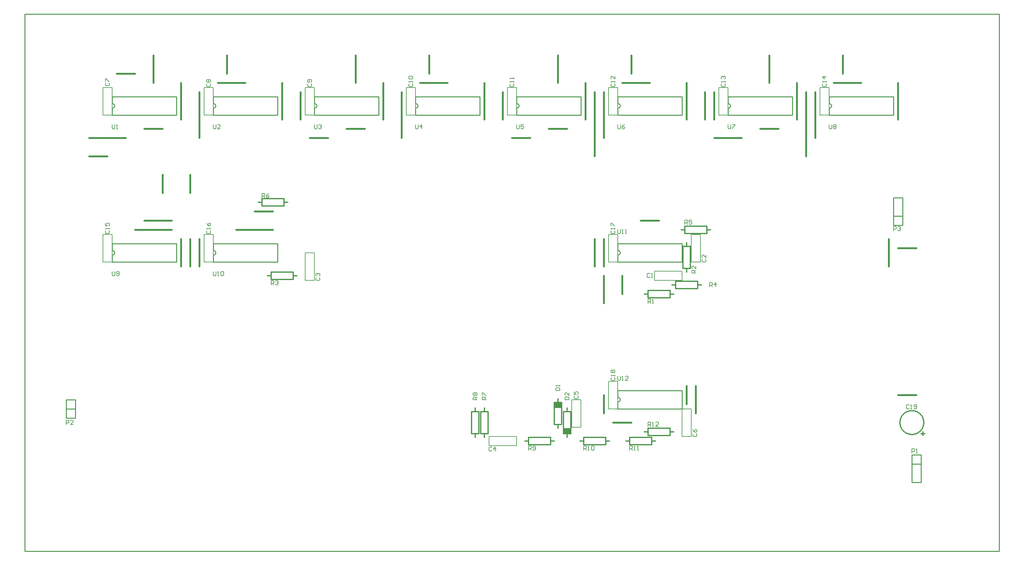
<source format=gto>
%FSLAX23Y23*%
%MOIN*%
G70*
G01*
G75*
%ADD10C,0.050*%
%ADD11C,0.050*%
%ADD12C,0.010*%
%ADD13C,0.009*%
%ADD14R,0.080X0.080*%
%ADD15C,0.080*%
%ADD16C,0.250*%
%ADD17C,0.012*%
%ADD18C,0.008*%
%ADD19C,0.020*%
%ADD20C,0.006*%
%ADD21R,0.080X0.060*%
D12*
X5645Y8295D02*
X5655Y8297D01*
X5663Y8302D01*
X5668Y8310D01*
X5670Y8320D01*
X5668Y8330D01*
X5663Y8338D01*
X5655Y8343D01*
X5645Y8345D01*
X6745Y8295D02*
X6755Y8297D01*
X6763Y8302D01*
X6768Y8310D01*
X6770Y8320D01*
X6768Y8330D01*
X6763Y8338D01*
X6755Y8343D01*
X6745Y8345D01*
X5645Y9895D02*
X5655Y9897D01*
X5663Y9902D01*
X5668Y9910D01*
X5670Y9920D01*
X5668Y9930D01*
X5663Y9938D01*
X5655Y9943D01*
X5645Y9945D01*
X11145Y8295D02*
X11155Y8297D01*
X11163Y8302D01*
X11168Y8310D01*
X11170Y8320D01*
X11168Y8330D01*
X11163Y8338D01*
X11155Y8343D01*
X11145Y8345D01*
Y6695D02*
X11155Y6697D01*
X11163Y6702D01*
X11168Y6710D01*
X11170Y6720D01*
X11168Y6730D01*
X11163Y6738D01*
X11155Y6743D01*
X11145Y6745D01*
X6745Y9895D02*
X6755Y9897D01*
X6763Y9902D01*
X6768Y9910D01*
X6770Y9920D01*
X6768Y9930D01*
X6763Y9938D01*
X6755Y9943D01*
X6745Y9945D01*
X7845Y9895D02*
X7855Y9897D01*
X7863Y9902D01*
X7868Y9910D01*
X7870Y9920D01*
X7868Y9930D01*
X7863Y9938D01*
X7855Y9943D01*
X7845Y9945D01*
X8945Y9895D02*
X8955Y9897D01*
X8963Y9902D01*
X8968Y9910D01*
X8970Y9920D01*
X8968Y9930D01*
X8963Y9938D01*
X8955Y9943D01*
X8945Y9945D01*
X10045Y9895D02*
X10055Y9897D01*
X10063Y9902D01*
X10068Y9910D01*
X10070Y9920D01*
X10068Y9930D01*
X10063Y9938D01*
X10055Y9943D01*
X10045Y9945D01*
X11145Y9895D02*
X11155Y9897D01*
X11163Y9902D01*
X11168Y9910D01*
X11170Y9920D01*
X11168Y9930D01*
X11163Y9938D01*
X11155Y9943D01*
X11145Y9945D01*
X12345Y9895D02*
X12355Y9897D01*
X12363Y9902D01*
X12368Y9910D01*
X12370Y9920D01*
X12368Y9930D01*
X12363Y9938D01*
X12355Y9943D01*
X12345Y9945D01*
X13445Y9895D02*
X13455Y9897D01*
X13463Y9902D01*
X13468Y9910D01*
X13470Y9920D01*
X13468Y9930D01*
X13463Y9938D01*
X13455Y9943D01*
X13445Y9945D01*
X5245Y6520D02*
Y6720D01*
X5145D02*
X5245D01*
X5145Y6520D02*
Y6720D01*
Y6520D02*
X5245D01*
X5145Y6620D02*
X5245D01*
X14345Y6020D02*
X14445D01*
X14345Y6120D02*
X14445D01*
Y5820D02*
Y6120D01*
X14345Y5820D02*
X14445D01*
X14345D02*
Y6120D01*
X14245Y8620D02*
Y8920D01*
X14145D02*
X14245D01*
X14145Y8620D02*
Y8920D01*
Y8620D02*
X14245D01*
X14145Y8720D02*
X14245D01*
X5645Y8220D02*
Y8295D01*
Y8345D02*
Y8420D01*
X6345D01*
Y8220D02*
Y8420D01*
X5645Y8220D02*
X6345D01*
X6745D02*
Y8295D01*
Y8345D02*
Y8420D01*
X7445D01*
Y8220D02*
Y8420D01*
X6745Y8220D02*
X7445D01*
X5645Y9820D02*
Y9895D01*
Y9945D02*
Y10020D01*
X6345D01*
Y9820D02*
Y10020D01*
X5645Y9820D02*
X6345D01*
X11145Y8220D02*
Y8295D01*
Y8345D02*
Y8420D01*
X11845D01*
Y8220D02*
Y8420D01*
X11145Y8220D02*
X11845D01*
X11145Y6620D02*
X11845D01*
Y6820D01*
X11145D02*
X11845D01*
X11145Y6745D02*
Y6820D01*
Y6620D02*
Y6695D01*
X6745Y9820D02*
Y9895D01*
Y9945D02*
Y10020D01*
X7445D01*
Y9820D02*
Y10020D01*
X6745Y9820D02*
X7445D01*
X7845D02*
X8545D01*
Y10020D01*
X7845D02*
X8545D01*
X7845Y9945D02*
Y10020D01*
Y9820D02*
Y9895D01*
X8945Y9820D02*
Y9895D01*
Y9945D02*
Y10020D01*
X9645D01*
Y9820D02*
Y10020D01*
X8945Y9820D02*
X9645D01*
X10045D02*
X10745D01*
Y10020D01*
X10045D02*
X10745D01*
X10045Y9945D02*
Y10020D01*
Y9820D02*
Y9895D01*
X11145Y9820D02*
Y9895D01*
Y9945D02*
Y10020D01*
X11845D01*
Y9820D02*
Y10020D01*
X11145Y9820D02*
X11845D01*
X12345D02*
X13045D01*
Y10020D01*
X12345D02*
X13045D01*
X12345Y9945D02*
Y10020D01*
Y9820D02*
Y9895D01*
X13445Y9820D02*
Y9895D01*
Y9945D02*
Y10020D01*
X14145D01*
Y9820D02*
Y10020D01*
X13445Y9820D02*
X14145D01*
X4695Y10920D02*
X15295D01*
X4695Y5070D02*
Y10920D01*
X15295Y5070D02*
Y10920D01*
X4695Y5070D02*
X15295D01*
D17*
X14475Y6470D02*
X14475Y6480D01*
X14473Y6490D01*
X14472Y6500D01*
X14469Y6509D01*
X14466Y6519D01*
X14462Y6528D01*
X14457Y6536D01*
X14451Y6545D01*
X14445Y6553D01*
X14439Y6560D01*
X14431Y6567D01*
X14424Y6573D01*
X14416Y6579D01*
X14407Y6584D01*
X14398Y6589D01*
X14389Y6592D01*
X14379Y6595D01*
X14370Y6598D01*
X14360Y6599D01*
X14350Y6600D01*
X14340D01*
X14330Y6599D01*
X14320Y6598D01*
X14311Y6595D01*
X14301Y6592D01*
X14292Y6589D01*
X14283Y6584D01*
X14274Y6579D01*
X14266Y6573D01*
X14259Y6567D01*
X14251Y6560D01*
X14245Y6553D01*
X14239Y6545D01*
X14233Y6536D01*
X14228Y6528D01*
X14224Y6519D01*
X14221Y6509D01*
X14218Y6500D01*
X14217Y6490D01*
X14215Y6480D01*
X14215Y6470D01*
X14215Y6460D01*
X14217Y6450D01*
X14218Y6440D01*
X14221Y6431D01*
X14224Y6421D01*
X14228Y6412D01*
X14233Y6404D01*
X14239Y6395D01*
X14245Y6387D01*
X14251Y6380D01*
X14259Y6373D01*
X14266Y6367D01*
X14274Y6361D01*
X14283Y6356D01*
X14292Y6351D01*
X14301Y6348D01*
X14311Y6345D01*
X14320Y6342D01*
X14330Y6341D01*
X14340Y6340D01*
X14350D01*
X14360Y6341D01*
X14370Y6342D01*
X14379Y6345D01*
X14389Y6348D01*
X14398Y6351D01*
X14407Y6356D01*
X14416Y6361D01*
X14424Y6367D01*
X14431Y6373D01*
X14439Y6380D01*
X14445Y6387D01*
X14451Y6395D01*
X14457Y6404D01*
X14462Y6412D01*
X14466Y6421D01*
X14469Y6431D01*
X14472Y6440D01*
X14473Y6450D01*
X14475Y6460D01*
X14475Y6470D01*
X10455Y6450D02*
X10535D01*
X10455D02*
Y6690D01*
X10535D01*
Y6450D02*
Y6690D01*
X10495Y6410D02*
Y6450D01*
Y6690D02*
Y6730D01*
X14465Y6330D02*
Y6370D01*
X14445Y6350D02*
X14485D01*
X10135Y6270D02*
X10175D01*
X10415D02*
X10455D01*
X10175Y6310D02*
X10415D01*
X10175Y6230D02*
Y6310D01*
Y6230D02*
X10415D01*
Y6310D01*
X11715Y7870D02*
X11755D01*
X11435D02*
X11475D01*
Y7830D02*
X11715D01*
Y7910D01*
X11475D02*
X11715D01*
X11475Y7830D02*
Y7910D01*
X11015Y6230D02*
Y6310D01*
X10775Y6230D02*
X11015D01*
X10775D02*
Y6310D01*
X11015D01*
Y6270D02*
X11055D01*
X10735D02*
X10775D01*
X11235D02*
X11275D01*
X11515D02*
X11555D01*
X11275Y6310D02*
X11515D01*
X11275Y6230D02*
Y6310D01*
Y6230D02*
X11515D01*
Y6310D01*
X11475Y6330D02*
Y6410D01*
X11715D01*
Y6330D02*
Y6410D01*
X11475Y6330D02*
X11715D01*
X11435Y6370D02*
X11475D01*
X11715D02*
X11755D01*
X11895Y8390D02*
Y8430D01*
Y8110D02*
Y8150D01*
X11935D02*
Y8390D01*
X11855D02*
X11935D01*
X11855Y8150D02*
Y8390D01*
Y8150D02*
X11935D01*
X7375Y8030D02*
Y8110D01*
X7615D01*
Y8030D02*
Y8110D01*
X7375Y8030D02*
X7615D01*
X7335Y8070D02*
X7375D01*
X7615D02*
X7655D01*
X12015Y7970D02*
X12055D01*
X11735D02*
X11775D01*
Y7930D02*
X12015D01*
Y8010D01*
X11775D02*
X12015D01*
X11775Y7930D02*
Y8010D01*
X11875Y8530D02*
Y8610D01*
X12115D01*
Y8530D02*
Y8610D01*
X11875Y8530D02*
X12115D01*
X11835Y8570D02*
X11875D01*
X12115D02*
X12155D01*
X7515Y8870D02*
X7555D01*
X7235D02*
X7275D01*
Y8830D02*
X7515D01*
Y8910D01*
X7275D02*
X7515D01*
X7275Y8830D02*
Y8910D01*
X9655Y6590D02*
X9735D01*
Y6350D02*
Y6590D01*
X9655Y6350D02*
X9735D01*
X9655D02*
Y6590D01*
X9695D02*
Y6630D01*
Y6310D02*
Y6350D01*
X9595Y6310D02*
Y6350D01*
Y6590D02*
Y6630D01*
X9555Y6350D02*
Y6590D01*
Y6350D02*
X9635D01*
Y6590D01*
X9555D02*
X9635D01*
X10595Y6310D02*
Y6350D01*
Y6590D02*
Y6630D01*
X10555Y6350D02*
Y6590D01*
Y6350D02*
X10635D01*
Y6590D01*
X10555D02*
X10635D01*
D18*
X7745Y9870D02*
Y10070D01*
X7845Y9870D02*
Y10070D01*
X7745D02*
Y10120D01*
X7845D01*
Y10070D02*
Y10120D01*
X7745Y9820D02*
Y9870D01*
Y9820D02*
X7845D01*
Y9870D01*
X11595Y8020D02*
X11795D01*
X11595Y8120D02*
X11795D01*
X11545Y8020D02*
X11595D01*
X11545D02*
Y8120D01*
X11595D01*
X11795Y8020D02*
X11845D01*
Y8120D01*
X11795D02*
X11845D01*
X8945Y9820D02*
Y9870D01*
X8845Y9820D02*
X8945D01*
X8845D02*
Y9870D01*
X8945Y10070D02*
Y10120D01*
X8845D02*
X8945D01*
X8845Y10070D02*
Y10120D01*
X8945Y9870D02*
Y10070D01*
X8845Y9870D02*
Y10070D01*
X9945Y9870D02*
Y10070D01*
X10045Y9870D02*
Y10070D01*
X9945D02*
Y10120D01*
X10045D01*
Y10070D02*
Y10120D01*
X9945Y9820D02*
Y9870D01*
Y9820D02*
X10045D01*
Y9870D01*
X11145Y9820D02*
Y9870D01*
X11045Y9820D02*
X11145D01*
X11045D02*
Y9870D01*
X11145Y10070D02*
Y10120D01*
X11045D02*
X11145D01*
X11045Y10070D02*
Y10120D01*
X11145Y9870D02*
Y10070D01*
X11045Y9870D02*
Y10070D01*
X12245Y9870D02*
Y10070D01*
X12345Y9870D02*
Y10070D01*
X12245D02*
Y10120D01*
X12345D01*
Y10070D02*
Y10120D01*
X12245Y9820D02*
Y9870D01*
Y9820D02*
X12345D01*
Y9870D01*
X13445Y9820D02*
Y9870D01*
X13345Y9820D02*
X13445D01*
X13345D02*
Y9870D01*
X13445Y10070D02*
Y10120D01*
X13345D02*
X13445D01*
X13345Y10070D02*
Y10120D01*
X13445Y9870D02*
Y10070D01*
X13345Y9870D02*
Y10070D01*
X5545Y8270D02*
Y8470D01*
X5645Y8270D02*
Y8470D01*
X5545D02*
Y8520D01*
X5645D01*
Y8470D02*
Y8520D01*
X5545Y8220D02*
Y8270D01*
Y8220D02*
X5645D01*
Y8270D01*
X6745Y8220D02*
Y8270D01*
X6645Y8220D02*
X6745D01*
X6645D02*
Y8270D01*
X6745Y8470D02*
Y8520D01*
X6645D02*
X6745D01*
X6645Y8470D02*
Y8520D01*
X6745Y8270D02*
Y8470D01*
X6645Y8270D02*
Y8470D01*
X11045Y8270D02*
Y8470D01*
X11145Y8270D02*
Y8470D01*
X11045D02*
Y8520D01*
X11145D01*
Y8470D02*
Y8520D01*
X11045Y8220D02*
Y8270D01*
Y8220D02*
X11145D01*
Y8270D01*
Y6620D02*
Y6670D01*
X11045Y6620D02*
X11145D01*
X11045D02*
Y6670D01*
X11145Y6870D02*
Y6920D01*
X11045D02*
X11145D01*
X11045Y6870D02*
Y6920D01*
X11145Y6670D02*
Y6870D01*
X11045Y6670D02*
Y6870D01*
X11945Y8270D02*
Y8470D01*
X12045Y8270D02*
Y8470D01*
X11945D02*
Y8520D01*
X12045D01*
Y8470D02*
Y8520D01*
X11945Y8220D02*
Y8270D01*
Y8220D02*
X12045D01*
Y8270D01*
X7745Y8270D02*
Y8320D01*
X7845D01*
Y8270D02*
Y8320D01*
X7745Y8020D02*
Y8070D01*
Y8020D02*
X7845D01*
Y8070D01*
X7745D02*
Y8270D01*
X7845Y8070D02*
Y8270D01*
X9795Y6220D02*
X9995D01*
X9795Y6320D02*
X9995D01*
X9745Y6220D02*
X9795D01*
X9745D02*
Y6320D01*
X9795D01*
X9995Y6220D02*
X10045D01*
Y6320D01*
X9995D02*
X10045D01*
X10745Y6420D02*
Y6470D01*
X10645Y6420D02*
X10745D01*
X10645D02*
Y6470D01*
X10745Y6670D02*
Y6720D01*
X10645D02*
X10745D01*
X10645Y6670D02*
Y6720D01*
X10745Y6470D02*
Y6670D01*
X10645Y6470D02*
Y6670D01*
X11845Y6370D02*
Y6570D01*
X11945Y6370D02*
Y6570D01*
X11845D02*
Y6620D01*
X11945D01*
Y6570D02*
Y6620D01*
X11845Y6320D02*
Y6370D01*
Y6320D02*
X11945D01*
Y6370D01*
X5645Y9820D02*
Y9870D01*
X5545Y9820D02*
X5645D01*
X5545D02*
Y9870D01*
X5645Y10070D02*
Y10120D01*
X5545D02*
X5645D01*
X5545Y10070D02*
Y10120D01*
X5645Y9870D02*
Y10070D01*
X5545Y9870D02*
Y10070D01*
X6645Y9870D02*
Y10070D01*
X6745Y9870D02*
Y10070D01*
X6645D02*
Y10120D01*
X6745D01*
Y10070D02*
Y10120D01*
X6645Y9820D02*
Y9870D01*
Y9820D02*
X6745D01*
Y9870D01*
D19*
X5695Y10270D02*
X5895D01*
X6095Y10170D02*
Y10470D01*
X6395Y9770D02*
Y10170D01*
X6595Y9570D02*
Y10070D01*
X6895Y10270D02*
Y10470D01*
X6795Y10170D02*
X7095D01*
X7495Y9770D02*
Y10170D01*
X7795Y9570D02*
X7995D01*
X7695Y9770D02*
Y10070D01*
X8295Y10170D02*
Y10470D01*
X8195Y9670D02*
X8395D01*
X8595Y9770D02*
Y10170D01*
X8795Y9570D02*
Y10070D01*
X9095Y10270D02*
Y10470D01*
X8995Y10170D02*
X9295D01*
X9695Y9770D02*
Y10170D01*
X9895Y9770D02*
Y10070D01*
X9995Y9570D02*
X10195D01*
X10795Y9770D02*
Y10170D01*
X10495D02*
Y10470D01*
X10395Y9670D02*
X10595D01*
X10895Y9370D02*
Y10070D01*
X10995Y9570D02*
Y10070D01*
X11295Y10270D02*
Y10470D01*
X11195Y10170D02*
X11495D01*
X11895Y9770D02*
Y10170D01*
X12095Y9770D02*
Y10070D01*
X12195Y9770D02*
Y10070D01*
Y9570D02*
X12495D01*
X12695Y9670D02*
X12895D01*
X13595Y10270D02*
Y10470D01*
X12795Y10170D02*
Y10470D01*
X13095Y9770D02*
Y10170D01*
X13195Y9370D02*
Y10070D01*
X13495Y10170D02*
X13795D01*
X13295Y9570D02*
Y10070D01*
X14195Y9770D02*
Y10170D01*
X11995Y6570D02*
Y6870D01*
X11895Y6670D02*
Y6870D01*
X11095Y6470D02*
X11295D01*
X10995Y6570D02*
Y6770D01*
X14195D02*
X14395D01*
X14095Y8170D02*
Y8470D01*
X14195Y8370D02*
X14395D01*
X11395Y8670D02*
X11595D01*
X10995Y8170D02*
Y8470D01*
X10895Y8170D02*
Y8470D01*
X11195Y7870D02*
Y8070D01*
X10995Y7770D02*
Y8070D01*
X7195Y8770D02*
X7395D01*
X6995Y8570D02*
X7395D01*
X6595Y8170D02*
Y8470D01*
X6495Y8170D02*
Y8470D01*
X6395Y8170D02*
Y8470D01*
X5895Y8570D02*
X6295D01*
X5995Y8670D02*
X6295D01*
X6195Y8970D02*
Y9170D01*
X6495Y8970D02*
Y9170D01*
X5995Y9670D02*
X6195D01*
X5395Y9570D02*
X5795D01*
X5395Y9370D02*
X5595D01*
D20*
X10470Y6820D02*
X10515D01*
Y6842D01*
X10508Y6850D01*
X10478D01*
X10470Y6842D01*
Y6820D01*
X10515Y6865D02*
Y6880D01*
Y6872D01*
X10470D01*
X10478Y6865D01*
X14315Y6657D02*
X14307Y6665D01*
X14292D01*
X14285Y6657D01*
Y6627D01*
X14292Y6620D01*
X14307D01*
X14315Y6627D01*
X14330Y6620D02*
X14345D01*
X14337D01*
Y6665D01*
X14330Y6657D01*
X14367Y6627D02*
X14375Y6620D01*
X14390D01*
X14397Y6627D01*
Y6657D01*
X14390Y6665D01*
X14375D01*
X14367Y6657D01*
Y6650D01*
X14375Y6642D01*
X14397D01*
X7778Y10160D02*
X7770Y10152D01*
Y10137D01*
X7778Y10130D01*
X7808D01*
X7815Y10137D01*
Y10152D01*
X7808Y10160D01*
Y10175D02*
X7815Y10182D01*
Y10197D01*
X7808Y10205D01*
X7778D01*
X7770Y10197D01*
Y10182D01*
X7778Y10175D01*
X7785D01*
X7793Y10182D01*
Y10205D01*
X5145Y6450D02*
Y6495D01*
X5167D01*
X5175Y6487D01*
Y6472D01*
X5167Y6465D01*
X5145D01*
X5220Y6450D02*
X5190D01*
X5220Y6480D01*
Y6487D01*
X5212Y6495D01*
X5197D01*
X5190Y6487D01*
X14145Y8560D02*
Y8605D01*
X14167D01*
X14175Y8597D01*
Y8582D01*
X14167Y8575D01*
X14145D01*
X14190Y8597D02*
X14197Y8605D01*
X14212D01*
X14220Y8597D01*
Y8590D01*
X14212Y8582D01*
X14205D01*
X14212D01*
X14220Y8575D01*
Y8567D01*
X14212Y8560D01*
X14197D01*
X14190Y8567D01*
X10175Y6170D02*
Y6215D01*
X10197D01*
X10205Y6207D01*
Y6192D01*
X10197Y6185D01*
X10175D01*
X10190D02*
X10205Y6170D01*
X10220Y6177D02*
X10227Y6170D01*
X10242D01*
X10250Y6177D01*
Y6207D01*
X10242Y6215D01*
X10227D01*
X10220Y6207D01*
Y6200D01*
X10227Y6192D01*
X10250D01*
X5645Y8115D02*
Y8077D01*
X5652Y8070D01*
X5667D01*
X5675Y8077D01*
Y8115D01*
X5690Y8077D02*
X5697Y8070D01*
X5712D01*
X5720Y8077D01*
Y8107D01*
X5712Y8115D01*
X5697D01*
X5690Y8107D01*
Y8100D01*
X5697Y8092D01*
X5720D01*
X6745Y8115D02*
Y8077D01*
X6752Y8070D01*
X6767D01*
X6775Y8077D01*
Y8115D01*
X6790Y8070D02*
X6805D01*
X6797D01*
Y8115D01*
X6790Y8107D01*
X6827D02*
X6835Y8115D01*
X6850D01*
X6857Y8107D01*
Y8077D01*
X6850Y8070D01*
X6835D01*
X6827Y8077D01*
Y8107D01*
X13445Y9715D02*
Y9677D01*
X13452Y9670D01*
X13467D01*
X13475Y9677D01*
Y9715D01*
X13490Y9707D02*
X13497Y9715D01*
X13512D01*
X13520Y9707D01*
Y9700D01*
X13512Y9692D01*
X13520Y9685D01*
Y9677D01*
X13512Y9670D01*
X13497D01*
X13490Y9677D01*
Y9685D01*
X13497Y9692D01*
X13490Y9700D01*
Y9707D01*
X13497Y9692D02*
X13512D01*
X12345Y9715D02*
Y9677D01*
X12352Y9670D01*
X12367D01*
X12375Y9677D01*
Y9715D01*
X12390D02*
X12420D01*
Y9707D01*
X12390Y9677D01*
Y9670D01*
X11145Y9715D02*
Y9677D01*
X11152Y9670D01*
X11167D01*
X11175Y9677D01*
Y9715D01*
X11220D02*
X11205Y9707D01*
X11190Y9692D01*
Y9677D01*
X11197Y9670D01*
X11212D01*
X11220Y9677D01*
Y9685D01*
X11212Y9692D01*
X11190D01*
X10045Y9715D02*
Y9677D01*
X10052Y9670D01*
X10067D01*
X10075Y9677D01*
Y9715D01*
X10120D02*
X10090D01*
Y9692D01*
X10105Y9700D01*
X10112D01*
X10120Y9692D01*
Y9677D01*
X10112Y9670D01*
X10097D01*
X10090Y9677D01*
X8945Y9715D02*
Y9677D01*
X8952Y9670D01*
X8967D01*
X8975Y9677D01*
Y9715D01*
X9012Y9670D02*
Y9715D01*
X8990Y9692D01*
X9020D01*
X7845Y9715D02*
Y9677D01*
X7852Y9670D01*
X7867D01*
X7875Y9677D01*
Y9715D01*
X7890Y9707D02*
X7897Y9715D01*
X7912D01*
X7920Y9707D01*
Y9700D01*
X7912Y9692D01*
X7905D01*
X7912D01*
X7920Y9685D01*
Y9677D01*
X7912Y9670D01*
X7897D01*
X7890Y9677D01*
X6745Y9715D02*
Y9677D01*
X6752Y9670D01*
X6767D01*
X6775Y9677D01*
Y9715D01*
X6820Y9670D02*
X6790D01*
X6820Y9700D01*
Y9707D01*
X6812Y9715D01*
X6797D01*
X6790Y9707D01*
X11145Y6975D02*
Y6937D01*
X11152Y6930D01*
X11167D01*
X11175Y6937D01*
Y6975D01*
X11190Y6930D02*
X11205D01*
X11197D01*
Y6975D01*
X11190Y6967D01*
X11257Y6930D02*
X11227D01*
X11257Y6960D01*
Y6967D01*
X11250Y6975D01*
X11235D01*
X11227Y6967D01*
X11145Y8575D02*
Y8537D01*
X11152Y8530D01*
X11167D01*
X11175Y8537D01*
Y8575D01*
X11190Y8530D02*
X11205D01*
X11197D01*
Y8575D01*
X11190Y8567D01*
X11227Y8530D02*
X11242D01*
X11235D01*
Y8575D01*
X11227Y8567D01*
X5645Y9715D02*
Y9677D01*
X5652Y9670D01*
X5667D01*
X5675Y9677D01*
Y9715D01*
X5690Y9670D02*
X5705D01*
X5697D01*
Y9715D01*
X5690Y9707D01*
X9615Y6720D02*
X9570D01*
Y6742D01*
X9578Y6750D01*
X9593D01*
X9600Y6742D01*
Y6720D01*
Y6735D02*
X9615Y6750D01*
X9578Y6765D02*
X9570Y6772D01*
Y6787D01*
X9578Y6795D01*
X9585D01*
X9593Y6787D01*
X9600Y6795D01*
X9608D01*
X9615Y6787D01*
Y6772D01*
X9608Y6765D01*
X9600D01*
X9593Y6772D01*
X9585Y6765D01*
X9578D01*
X9593Y6772D02*
Y6787D01*
X9715Y6720D02*
X9670D01*
Y6742D01*
X9678Y6750D01*
X9693D01*
X9700Y6742D01*
Y6720D01*
Y6735D02*
X9715Y6750D01*
X9670Y6765D02*
Y6795D01*
X9678D01*
X9708Y6765D01*
X9715D01*
X7275Y8920D02*
Y8965D01*
X7297D01*
X7305Y8957D01*
Y8942D01*
X7297Y8935D01*
X7275D01*
X7290D02*
X7305Y8920D01*
X7350Y8965D02*
X7335Y8957D01*
X7320Y8942D01*
Y8927D01*
X7327Y8920D01*
X7342D01*
X7350Y8927D01*
Y8935D01*
X7342Y8942D01*
X7320D01*
X11875Y8630D02*
Y8675D01*
X11897D01*
X11905Y8667D01*
Y8652D01*
X11897Y8645D01*
X11875D01*
X11890D02*
X11905Y8630D01*
X11950Y8675D02*
X11920D01*
Y8652D01*
X11935Y8660D01*
X11942D01*
X11950Y8652D01*
Y8637D01*
X11942Y8630D01*
X11927D01*
X11920Y8637D01*
X12145Y7950D02*
Y7995D01*
X12167D01*
X12175Y7987D01*
Y7972D01*
X12167Y7965D01*
X12145D01*
X12160D02*
X12175Y7950D01*
X12212D02*
Y7995D01*
X12190Y7972D01*
X12220D01*
X7375Y7970D02*
Y8015D01*
X7397D01*
X7405Y8007D01*
Y7992D01*
X7397Y7985D01*
X7375D01*
X7390D02*
X7405Y7970D01*
X7420Y8007D02*
X7427Y8015D01*
X7442D01*
X7450Y8007D01*
Y8000D01*
X7442Y7992D01*
X7435D01*
X7442D01*
X7450Y7985D01*
Y7977D01*
X7442Y7970D01*
X7427D01*
X7420Y7977D01*
X11995Y8100D02*
X11950D01*
Y8122D01*
X11958Y8130D01*
X11973D01*
X11980Y8122D01*
Y8100D01*
Y8115D02*
X11995Y8130D01*
Y8175D02*
Y8145D01*
X11965Y8175D01*
X11958D01*
X11950Y8167D01*
Y8152D01*
X11958Y8145D01*
X11475Y6430D02*
Y6475D01*
X11497D01*
X11505Y6467D01*
Y6452D01*
X11497Y6445D01*
X11475D01*
X11490D02*
X11505Y6430D01*
X11520D02*
X11535D01*
X11527D01*
Y6475D01*
X11520Y6467D01*
X11587Y6430D02*
X11557D01*
X11587Y6460D01*
Y6467D01*
X11580Y6475D01*
X11565D01*
X11557Y6467D01*
X11275Y6170D02*
Y6215D01*
X11297D01*
X11305Y6207D01*
Y6192D01*
X11297Y6185D01*
X11275D01*
X11290D02*
X11305Y6170D01*
X11320D02*
X11335D01*
X11327D01*
Y6215D01*
X11320Y6207D01*
X11357Y6170D02*
X11372D01*
X11365D01*
Y6215D01*
X11357Y6207D01*
X10775Y6170D02*
Y6215D01*
X10797D01*
X10805Y6207D01*
Y6192D01*
X10797Y6185D01*
X10775D01*
X10790D02*
X10805Y6170D01*
X10820D02*
X10835D01*
X10827D01*
Y6215D01*
X10820Y6207D01*
X10857D02*
X10865Y6215D01*
X10880D01*
X10887Y6207D01*
Y6177D01*
X10880Y6170D01*
X10865D01*
X10857Y6177D01*
Y6207D01*
X11475Y7770D02*
Y7815D01*
X11497D01*
X11505Y7807D01*
Y7792D01*
X11497Y7785D01*
X11475D01*
X11490D02*
X11505Y7770D01*
X11520D02*
X11535D01*
X11527D01*
Y7815D01*
X11520Y7807D01*
X14345Y6140D02*
Y6185D01*
X14367D01*
X14375Y6177D01*
Y6162D01*
X14367Y6155D01*
X14345D01*
X14390Y6140D02*
X14405D01*
X14397D01*
Y6185D01*
X14390Y6177D01*
X6678Y10160D02*
X6670Y10152D01*
Y10137D01*
X6678Y10130D01*
X6708D01*
X6715Y10137D01*
Y10152D01*
X6708Y10160D01*
X6678Y10175D02*
X6670Y10182D01*
Y10197D01*
X6678Y10205D01*
X6685D01*
X6693Y10197D01*
X6700Y10205D01*
X6708D01*
X6715Y10197D01*
Y10182D01*
X6708Y10175D01*
X6700D01*
X6693Y10182D01*
X6685Y10175D01*
X6678D01*
X6693Y10182D02*
Y10197D01*
X5578Y10170D02*
X5570Y10162D01*
Y10147D01*
X5578Y10140D01*
X5608D01*
X5615Y10147D01*
Y10162D01*
X5608Y10170D01*
X5570Y10185D02*
Y10215D01*
X5578D01*
X5608Y10185D01*
X5615D01*
X11968Y6350D02*
X11960Y6342D01*
Y6327D01*
X11968Y6320D01*
X11998D01*
X12005Y6327D01*
Y6342D01*
X11998Y6350D01*
X11960Y6395D02*
X11968Y6380D01*
X11983Y6365D01*
X11998D01*
X12005Y6372D01*
Y6387D01*
X11998Y6395D01*
X11990D01*
X11983Y6387D01*
Y6365D01*
X10678Y6760D02*
X10670Y6752D01*
Y6737D01*
X10678Y6730D01*
X10708D01*
X10715Y6737D01*
Y6752D01*
X10708Y6760D01*
X10670Y6805D02*
Y6775D01*
X10693D01*
X10685Y6790D01*
Y6797D01*
X10693Y6805D01*
X10708D01*
X10715Y6797D01*
Y6782D01*
X10708Y6775D01*
X9775Y6197D02*
X9767Y6205D01*
X9752D01*
X9745Y6197D01*
Y6167D01*
X9752Y6160D01*
X9767D01*
X9775Y6167D01*
X9812Y6160D02*
Y6205D01*
X9790Y6182D01*
X9820D01*
X7868Y8050D02*
X7860Y8042D01*
Y8027D01*
X7868Y8020D01*
X7898D01*
X7905Y8027D01*
Y8042D01*
X7898Y8050D01*
X7868Y8065D02*
X7860Y8072D01*
Y8087D01*
X7868Y8095D01*
X7875D01*
X7883Y8087D01*
Y8080D01*
Y8087D01*
X7890Y8095D01*
X7898D01*
X7905Y8087D01*
Y8072D01*
X7898Y8065D01*
X12068Y8250D02*
X12060Y8242D01*
Y8227D01*
X12068Y8220D01*
X12098D01*
X12105Y8227D01*
Y8242D01*
X12098Y8250D01*
X12105Y8295D02*
Y8265D01*
X12075Y8295D01*
X12068D01*
X12060Y8287D01*
Y8272D01*
X12068Y8265D01*
X11078Y6960D02*
X11070Y6952D01*
Y6937D01*
X11078Y6930D01*
X11108D01*
X11115Y6937D01*
Y6952D01*
X11108Y6960D01*
X11115Y6975D02*
Y6990D01*
Y6982D01*
X11070D01*
X11078Y6975D01*
Y7012D02*
X11070Y7020D01*
Y7035D01*
X11078Y7042D01*
X11085D01*
X11093Y7035D01*
X11100Y7042D01*
X11108D01*
X11115Y7035D01*
Y7020D01*
X11108Y7012D01*
X11100D01*
X11093Y7020D01*
X11085Y7012D01*
X11078D01*
X11093Y7020D02*
Y7035D01*
X11078Y8560D02*
X11070Y8552D01*
Y8537D01*
X11078Y8530D01*
X11108D01*
X11115Y8537D01*
Y8552D01*
X11108Y8560D01*
X11115Y8575D02*
Y8590D01*
Y8582D01*
X11070D01*
X11078Y8575D01*
X11070Y8612D02*
Y8642D01*
X11078D01*
X11108Y8612D01*
X11115D01*
X6678Y8560D02*
X6670Y8552D01*
Y8537D01*
X6678Y8530D01*
X6708D01*
X6715Y8537D01*
Y8552D01*
X6708Y8560D01*
X6715Y8575D02*
Y8590D01*
Y8582D01*
X6670D01*
X6678Y8575D01*
X6670Y8642D02*
X6678Y8627D01*
X6693Y8612D01*
X6708D01*
X6715Y8620D01*
Y8635D01*
X6708Y8642D01*
X6700D01*
X6693Y8635D01*
Y8612D01*
X5578Y8560D02*
X5570Y8552D01*
Y8537D01*
X5578Y8530D01*
X5608D01*
X5615Y8537D01*
Y8552D01*
X5608Y8560D01*
X5615Y8575D02*
Y8590D01*
Y8582D01*
X5570D01*
X5578Y8575D01*
X5570Y8642D02*
Y8612D01*
X5593D01*
X5585Y8627D01*
Y8635D01*
X5593Y8642D01*
X5608D01*
X5615Y8635D01*
Y8620D01*
X5608Y8612D01*
X13378Y10160D02*
X13370Y10152D01*
Y10137D01*
X13378Y10130D01*
X13408D01*
X13415Y10137D01*
Y10152D01*
X13408Y10160D01*
X13415Y10175D02*
Y10190D01*
Y10182D01*
X13370D01*
X13378Y10175D01*
X13415Y10235D02*
X13370D01*
X13393Y10212D01*
Y10242D01*
X12278Y10160D02*
X12270Y10152D01*
Y10137D01*
X12278Y10130D01*
X12308D01*
X12315Y10137D01*
Y10152D01*
X12308Y10160D01*
X12315Y10175D02*
Y10190D01*
Y10182D01*
X12270D01*
X12278Y10175D01*
Y10212D02*
X12270Y10220D01*
Y10235D01*
X12278Y10242D01*
X12285D01*
X12293Y10235D01*
Y10227D01*
Y10235D01*
X12300Y10242D01*
X12308D01*
X12315Y10235D01*
Y10220D01*
X12308Y10212D01*
X11078Y10160D02*
X11070Y10152D01*
Y10137D01*
X11078Y10130D01*
X11108D01*
X11115Y10137D01*
Y10152D01*
X11108Y10160D01*
X11115Y10175D02*
Y10190D01*
Y10182D01*
X11070D01*
X11078Y10175D01*
X11115Y10242D02*
Y10212D01*
X11085Y10242D01*
X11078D01*
X11070Y10235D01*
Y10220D01*
X11078Y10212D01*
X9978Y10160D02*
X9970Y10152D01*
Y10137D01*
X9978Y10130D01*
X10008D01*
X10015Y10137D01*
Y10152D01*
X10008Y10160D01*
X10015Y10175D02*
Y10190D01*
Y10182D01*
X9970D01*
X9978Y10175D01*
X10015Y10212D02*
Y10227D01*
Y10220D01*
X9970D01*
X9978Y10212D01*
X8878Y10160D02*
X8870Y10152D01*
Y10137D01*
X8878Y10130D01*
X8908D01*
X8915Y10137D01*
Y10152D01*
X8908Y10160D01*
X8915Y10175D02*
Y10190D01*
Y10182D01*
X8870D01*
X8878Y10175D01*
Y10212D02*
X8870Y10220D01*
Y10235D01*
X8878Y10242D01*
X8908D01*
X8915Y10235D01*
Y10220D01*
X8908Y10212D01*
X8878D01*
X11495Y8087D02*
X11487Y8095D01*
X11472D01*
X11465Y8087D01*
Y8057D01*
X11472Y8050D01*
X11487D01*
X11495Y8057D01*
X11510Y8050D02*
X11525D01*
X11517D01*
Y8095D01*
X11510Y8087D01*
X10570Y6720D02*
X10615D01*
Y6742D01*
X10608Y6750D01*
X10578D01*
X10570Y6742D01*
Y6720D01*
X10615Y6795D02*
Y6765D01*
X10585Y6795D01*
X10578D01*
X10570Y6787D01*
Y6772D01*
X10578Y6765D01*
D21*
X10495Y6660D02*
D03*
X10595Y6380D02*
D03*
M02*

</source>
